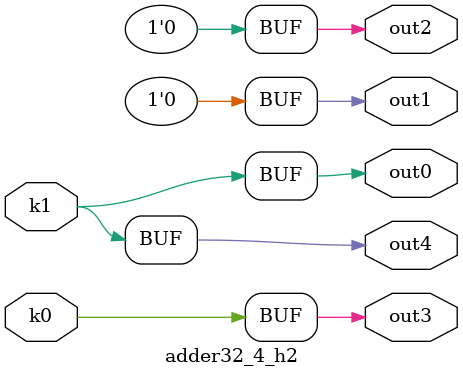
<source format=v>
module adder32_4(pi0, pi1, pi2, pi3, pi4, pi5, pi6, pi7, pi8, po0, po1, po2, po3, po4);
input pi0, pi1, pi2, pi3, pi4, pi5, pi6, pi7, pi8;
output po0, po1, po2, po3, po4;
wire k0, k1;
adder32_4_w2 DUT1 (pi0, pi1, pi2, pi3, pi4, pi5, pi6, pi7, pi8, k0, k1);
adder32_4_h2 DUT2 (k0, k1, po0, po1, po2, po3, po4);
endmodule

module adder32_4_w2(in8, in7, in6, in5, in4, in3, in2, in1, in0, k1, k0);
input in8, in7, in6, in5, in4, in3, in2, in1, in0;
output k1, k0;
assign k0 =   ((in7 ^ in3) & ((in8 & (in4 | ~in0)) | (in4 & ~in0))) | (((~in4 & in0) | (~in8 & (~in4 | in0))) & (~in7 ^ in3));
assign k1 =   in8 ? (in4 ^ in0) : (~in4 ^ in0);
endmodule

module adder32_4_h2(k1, k0, out4, out3, out2, out1, out0);
input k1, k0;
output out4, out3, out2, out1, out0;
assign out0 = k1;
assign out1 = 0;
assign out2 = 0;
assign out3 = k0;
assign out4 = k1;
endmodule

</source>
